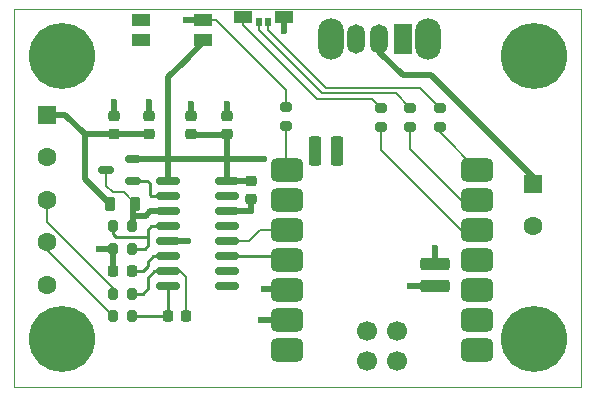
<source format=gtl>
G04 #@! TF.GenerationSoftware,KiCad,Pcbnew,9.0.2*
G04 #@! TF.CreationDate,2025-08-04T18:18:05+01:00*
G04 #@! TF.ProjectId,mito,6d69746f-2e6b-4696-9361-645f70636258,rev?*
G04 #@! TF.SameCoordinates,Original*
G04 #@! TF.FileFunction,Copper,L1,Top*
G04 #@! TF.FilePolarity,Positive*
%FSLAX46Y46*%
G04 Gerber Fmt 4.6, Leading zero omitted, Abs format (unit mm)*
G04 Created by KiCad (PCBNEW 9.0.2) date 2025-08-04 18:18:05*
%MOMM*%
%LPD*%
G01*
G04 APERTURE LIST*
G04 Aperture macros list*
%AMRoundRect*
0 Rectangle with rounded corners*
0 $1 Rounding radius*
0 $2 $3 $4 $5 $6 $7 $8 $9 X,Y pos of 4 corners*
0 Add a 4 corners polygon primitive as box body*
4,1,4,$2,$3,$4,$5,$6,$7,$8,$9,$2,$3,0*
0 Add four circle primitives for the rounded corners*
1,1,$1+$1,$2,$3*
1,1,$1+$1,$4,$5*
1,1,$1+$1,$6,$7*
1,1,$1+$1,$8,$9*
0 Add four rect primitives between the rounded corners*
20,1,$1+$1,$2,$3,$4,$5,0*
20,1,$1+$1,$4,$5,$6,$7,0*
20,1,$1+$1,$6,$7,$8,$9,0*
20,1,$1+$1,$8,$9,$2,$3,0*%
G04 Aperture macros list end*
G04 #@! TA.AperFunction,SMDPad,CuDef*
%ADD10RoundRect,0.200000X-0.275000X0.200000X-0.275000X-0.200000X0.275000X-0.200000X0.275000X0.200000X0*%
G04 #@! TD*
G04 #@! TA.AperFunction,SMDPad,CuDef*
%ADD11RoundRect,0.200000X-0.200000X-0.275000X0.200000X-0.275000X0.200000X0.275000X-0.200000X0.275000X0*%
G04 #@! TD*
G04 #@! TA.AperFunction,SMDPad,CuDef*
%ADD12RoundRect,0.225000X-0.250000X0.225000X-0.250000X-0.225000X0.250000X-0.225000X0.250000X0.225000X0*%
G04 #@! TD*
G04 #@! TA.AperFunction,SMDPad,CuDef*
%ADD13R,1.500000X1.000000*%
G04 #@! TD*
G04 #@! TA.AperFunction,SMDPad,CuDef*
%ADD14R,0.500000X0.800000*%
G04 #@! TD*
G04 #@! TA.AperFunction,SMDPad,CuDef*
%ADD15RoundRect,0.225000X0.250000X-0.225000X0.250000X0.225000X-0.250000X0.225000X-0.250000X-0.225000X0*%
G04 #@! TD*
G04 #@! TA.AperFunction,SMDPad,CuDef*
%ADD16RoundRect,0.225000X0.225000X0.250000X-0.225000X0.250000X-0.225000X-0.250000X0.225000X-0.250000X0*%
G04 #@! TD*
G04 #@! TA.AperFunction,ComponentPad*
%ADD17C,3.600000*%
G04 #@! TD*
G04 #@! TA.AperFunction,ConnectorPad*
%ADD18C,5.600000*%
G04 #@! TD*
G04 #@! TA.AperFunction,SMDPad,CuDef*
%ADD19RoundRect,0.150000X-0.825000X-0.150000X0.825000X-0.150000X0.825000X0.150000X-0.825000X0.150000X0*%
G04 #@! TD*
G04 #@! TA.AperFunction,ComponentPad*
%ADD20RoundRect,0.250000X-0.550000X0.550000X-0.550000X-0.550000X0.550000X-0.550000X0.550000X0.550000X0*%
G04 #@! TD*
G04 #@! TA.AperFunction,ComponentPad*
%ADD21C,1.600000*%
G04 #@! TD*
G04 #@! TA.AperFunction,SMDPad,CuDef*
%ADD22RoundRect,0.220000X-0.220000X-0.380000X0.220000X-0.380000X0.220000X0.380000X-0.220000X0.380000X0*%
G04 #@! TD*
G04 #@! TA.AperFunction,SMDPad,CuDef*
%ADD23RoundRect,0.225000X-0.225000X-0.250000X0.225000X-0.250000X0.225000X0.250000X-0.225000X0.250000X0*%
G04 #@! TD*
G04 #@! TA.AperFunction,SMDPad,CuDef*
%ADD24RoundRect,0.500000X0.875000X0.500000X-0.875000X0.500000X-0.875000X-0.500000X0.875000X-0.500000X0*%
G04 #@! TD*
G04 #@! TA.AperFunction,SMDPad,CuDef*
%ADD25RoundRect,0.275000X-0.975000X-0.275000X0.975000X-0.275000X0.975000X0.275000X-0.975000X0.275000X0*%
G04 #@! TD*
G04 #@! TA.AperFunction,SMDPad,CuDef*
%ADD26RoundRect,0.275000X0.275000X-0.975000X0.275000X0.975000X-0.275000X0.975000X-0.275000X-0.975000X0*%
G04 #@! TD*
G04 #@! TA.AperFunction,SMDPad,CuDef*
%ADD27C,1.700000*%
G04 #@! TD*
G04 #@! TA.AperFunction,ComponentPad*
%ADD28O,2.200000X3.500000*%
G04 #@! TD*
G04 #@! TA.AperFunction,ComponentPad*
%ADD29R,1.500000X2.500000*%
G04 #@! TD*
G04 #@! TA.AperFunction,ComponentPad*
%ADD30O,1.500000X2.500000*%
G04 #@! TD*
G04 #@! TA.AperFunction,SMDPad,CuDef*
%ADD31R,1.550000X1.000000*%
G04 #@! TD*
G04 #@! TA.AperFunction,SMDPad,CuDef*
%ADD32RoundRect,0.150000X0.512500X0.150000X-0.512500X0.150000X-0.512500X-0.150000X0.512500X-0.150000X0*%
G04 #@! TD*
G04 #@! TA.AperFunction,ViaPad*
%ADD33C,0.600000*%
G04 #@! TD*
G04 #@! TA.AperFunction,Conductor*
%ADD34C,0.508000*%
G04 #@! TD*
G04 #@! TA.AperFunction,Conductor*
%ADD35C,0.200000*%
G04 #@! TD*
G04 #@! TA.AperFunction,Conductor*
%ADD36C,0.254000*%
G04 #@! TD*
G04 #@! TA.AperFunction,Profile*
%ADD37C,0.050000*%
G04 #@! TD*
G04 APERTURE END LIST*
D10*
X156000000Y-94255000D03*
X156000000Y-95895000D03*
D11*
X141331100Y-106273600D03*
X142971100Y-106273600D03*
D10*
X169025000Y-94330000D03*
X169025000Y-95970000D03*
D12*
X153025000Y-100545000D03*
X153025000Y-102105000D03*
D13*
X152310000Y-86614208D03*
D14*
X153660000Y-87114208D03*
X154460000Y-87114208D03*
D13*
X155810000Y-86614208D03*
D15*
X150975000Y-96600000D03*
X150975000Y-95040000D03*
D16*
X147531100Y-111988600D03*
X145971100Y-111988600D03*
D17*
X137000000Y-113950000D03*
D18*
X137000000Y-113950000D03*
D10*
X166525000Y-94330000D03*
X166525000Y-95970000D03*
D19*
X146026100Y-100558600D03*
X146026100Y-101828600D03*
X146026100Y-103098600D03*
X146026100Y-104368600D03*
X146026100Y-105638600D03*
X146026100Y-106908600D03*
X146026100Y-108178600D03*
X146026100Y-109448600D03*
X150976100Y-109448600D03*
X150976100Y-108178600D03*
X150976100Y-106908600D03*
X150976100Y-105638600D03*
X150976100Y-104368600D03*
X150976100Y-103098600D03*
X150976100Y-101828600D03*
X150976100Y-100558600D03*
D17*
X177000000Y-113950000D03*
D18*
X177000000Y-113950000D03*
D17*
X137000000Y-89950000D03*
D18*
X137000000Y-89950000D03*
D10*
X164025000Y-94330000D03*
X164025000Y-95970000D03*
D20*
X176930000Y-100760000D03*
D21*
X176930000Y-104360000D03*
D22*
X141090000Y-102500000D03*
X143210000Y-102500000D03*
D23*
X141371100Y-108178600D03*
X142931100Y-108178600D03*
D11*
X141331100Y-110083600D03*
X142971100Y-110083600D03*
X141331100Y-111988600D03*
X142971100Y-111988600D03*
D15*
X141400000Y-96600000D03*
X141400000Y-95040000D03*
D20*
X135730000Y-94910000D03*
D21*
X135730000Y-98510000D03*
X135730000Y-102110000D03*
X135730000Y-105710000D03*
X135730000Y-109310000D03*
D15*
X147975000Y-96600000D03*
X147975000Y-95040000D03*
D17*
X177000000Y-89950000D03*
D18*
X177000000Y-89950000D03*
D24*
X172200000Y-114841500D03*
X172200000Y-112301500D03*
X172200000Y-109761500D03*
X172200000Y-107221500D03*
X172200000Y-104681500D03*
X172200000Y-102141500D03*
X172200000Y-99601500D03*
X156035000Y-99601500D03*
X156035000Y-102141500D03*
X156035000Y-104681500D03*
X156035000Y-107221500D03*
X156035000Y-109761500D03*
X156035000Y-112301500D03*
X156035000Y-114841500D03*
D25*
X168590000Y-107535000D03*
X168590000Y-109440000D03*
D26*
X160335000Y-97984600D03*
X158430000Y-97984600D03*
D27*
X165415000Y-115790000D03*
X162875000Y-115790000D03*
X165415000Y-113250000D03*
X162875000Y-113250000D03*
D28*
X168000000Y-88500000D03*
X159800000Y-88500000D03*
D29*
X165900000Y-88500000D03*
D30*
X163900000Y-88500000D03*
X161900000Y-88500000D03*
D15*
X144400000Y-96600000D03*
X144400000Y-95040000D03*
D31*
X143750000Y-86900000D03*
X149000000Y-86900000D03*
X143750000Y-88600000D03*
X149000000Y-88600000D03*
D32*
X143037500Y-100550000D03*
X143037500Y-98650000D03*
X140762500Y-99600000D03*
D11*
X141326100Y-104368600D03*
X142976100Y-104368600D03*
D33*
X147975000Y-94050000D03*
X144400000Y-93850000D03*
X153850000Y-112300000D03*
X141400000Y-93850000D03*
X168600000Y-106175000D03*
X153025000Y-103100000D03*
X147700000Y-105650000D03*
X140160000Y-106280000D03*
X150975000Y-94025000D03*
X147530000Y-86900000D03*
X155810000Y-87880000D03*
X154100000Y-98650000D03*
X154100000Y-109725000D03*
X166450000Y-109450000D03*
D34*
X150975000Y-95040000D02*
X150975000Y-94025000D01*
D35*
X156000000Y-92800000D02*
X156000000Y-94255000D01*
D34*
X153025000Y-102105000D02*
X153025000Y-103100000D01*
D35*
X150100000Y-86900000D02*
X149000000Y-86900000D01*
X168590000Y-106185000D02*
X168600000Y-106175000D01*
D34*
X146026100Y-105638600D02*
X147688600Y-105638600D01*
D35*
X153023600Y-103098600D02*
X153025000Y-103100000D01*
X149000000Y-87100000D02*
X149275000Y-87100000D01*
D34*
X141326100Y-106273600D02*
X140166400Y-106273600D01*
D35*
X150100000Y-86900000D02*
X156000000Y-92800000D01*
X147688600Y-105638600D02*
X147700000Y-105650000D01*
X140166400Y-106273600D02*
X140160000Y-106280000D01*
D34*
X149000000Y-86900000D02*
X147530000Y-86900000D01*
D35*
X153851500Y-112301500D02*
X153850000Y-112300000D01*
D34*
X168590000Y-107535000D02*
X168590000Y-106185000D01*
X147975000Y-95040000D02*
X147975000Y-94050000D01*
X144400000Y-95040000D02*
X144400000Y-93850000D01*
X141400000Y-95040000D02*
X141400000Y-93850000D01*
X141371100Y-108178600D02*
X141371100Y-106318600D01*
X156035000Y-112301500D02*
X153851500Y-112301500D01*
D35*
X141371100Y-106318600D02*
X141326100Y-106273600D01*
D34*
X150976100Y-103098600D02*
X153023600Y-103098600D01*
D36*
X145971100Y-111988600D02*
X145971100Y-109503600D01*
X143001100Y-111988600D02*
X145971100Y-111988600D01*
X145971100Y-109503600D02*
X146026100Y-109448600D01*
D35*
X147280000Y-111900000D02*
X147356100Y-111823900D01*
D36*
X144848912Y-108178600D02*
X145701100Y-108178600D01*
D35*
X147531100Y-108708601D02*
X147001099Y-108178600D01*
D36*
X143852196Y-110083600D02*
X144310100Y-109625697D01*
X144310100Y-109625697D02*
X144310100Y-108717413D01*
X144310100Y-108717413D02*
X144848912Y-108178600D01*
D35*
X147531100Y-111988600D02*
X147531100Y-108708601D01*
D36*
X143001100Y-110083600D02*
X143852196Y-110083600D01*
D35*
X147001099Y-108178600D02*
X146026100Y-108178600D01*
D36*
X143001100Y-108178600D02*
X143852196Y-108178600D01*
X144310100Y-107366504D02*
X144768003Y-106908600D01*
X144768003Y-106908600D02*
X145701100Y-106908600D01*
X143852196Y-108178600D02*
X144310100Y-107720697D01*
X144310100Y-107720697D02*
X144310100Y-107366504D01*
D34*
X139000000Y-96600000D02*
X137310000Y-94910000D01*
X141090000Y-102500000D02*
X139000000Y-100410000D01*
X139000000Y-100410000D02*
X139000000Y-96600000D01*
X139000000Y-96600000D02*
X141400000Y-96600000D01*
X137310000Y-94910000D02*
X135730000Y-94910000D01*
X141400000Y-96600000D02*
X144400000Y-96600000D01*
D35*
X153831500Y-104681500D02*
X153825000Y-104675000D01*
X152861400Y-105638600D02*
X153825000Y-104675000D01*
X150976100Y-105638600D02*
X152861400Y-105638600D01*
X156035000Y-104681500D02*
X153831500Y-104681500D01*
D36*
X150976100Y-106908600D02*
X155722100Y-106908600D01*
X155722100Y-106908600D02*
X156035000Y-107221500D01*
D35*
X141326100Y-109608600D02*
X135730000Y-104012500D01*
X135730000Y-104012500D02*
X135730000Y-102110000D01*
X141326100Y-110083600D02*
X141326100Y-109608600D01*
X141326100Y-111988600D02*
X135730000Y-106392500D01*
X135730000Y-106392500D02*
X135730000Y-105710000D01*
X142247500Y-101500000D02*
X143211100Y-102463600D01*
D34*
X143051100Y-102463600D02*
X143051100Y-103479600D01*
D35*
X141300000Y-101500000D02*
X142247500Y-101500000D01*
D34*
X143051100Y-103479600D02*
X143051100Y-104368600D01*
D35*
X140762500Y-100962500D02*
X141300000Y-101500000D01*
D34*
X143051100Y-104368600D02*
X143001100Y-104368600D01*
X144106196Y-103479600D02*
X143051100Y-103479600D01*
X144487196Y-103098600D02*
X144106196Y-103479600D01*
D35*
X140762500Y-99600000D02*
X140762500Y-100962500D01*
D34*
X145701100Y-103098600D02*
X144487196Y-103098600D01*
D36*
X144437100Y-101701600D02*
X144564100Y-101828600D01*
X143151100Y-100556100D02*
X144255718Y-100556100D01*
X144564100Y-101828600D02*
X145701100Y-101828600D01*
X144437100Y-100737482D02*
X144437100Y-101701600D01*
X144255718Y-100556100D02*
X144437100Y-100737482D01*
X144310100Y-105989622D02*
X144310100Y-105257600D01*
X141569909Y-105257600D02*
X144310100Y-105257600D01*
X141301100Y-104988791D02*
X141569909Y-105257600D01*
X144310100Y-105257600D02*
X144310100Y-104652579D01*
X141301100Y-104368600D02*
X141301100Y-104988791D01*
X144310100Y-104652579D02*
X144594078Y-104368600D01*
X144594078Y-104368600D02*
X145701100Y-104368600D01*
X143001100Y-106273600D02*
X144026121Y-106273600D01*
X144026121Y-106273600D02*
X144310100Y-105989622D01*
D35*
X170825000Y-104681500D02*
X172200000Y-104681500D01*
X164025000Y-97881500D02*
X170825000Y-104681500D01*
X164025000Y-95970000D02*
X164025000Y-97881500D01*
D34*
X168300000Y-91600000D02*
X165875000Y-91600000D01*
X163900000Y-89625000D02*
X163900000Y-88500000D01*
X165875000Y-91600000D02*
X163900000Y-89625000D01*
X176930000Y-100230000D02*
X168300000Y-91600000D01*
D35*
X158570792Y-93575000D02*
X163270000Y-93575000D01*
X152310000Y-86614208D02*
X152310000Y-87314208D01*
X152310000Y-87314208D02*
X158570792Y-93575000D01*
X163270000Y-93575000D02*
X164025000Y-94330000D01*
X166525000Y-95970000D02*
X166525000Y-97841500D01*
X170825000Y-102141500D02*
X172200000Y-102141500D01*
X166525000Y-97841500D02*
X170825000Y-102141500D01*
X165315000Y-93120000D02*
X166525000Y-94330000D01*
X159065792Y-93120000D02*
X165315000Y-93120000D01*
X153660000Y-87714208D02*
X159065792Y-93120000D01*
X153660000Y-87114208D02*
X153660000Y-87714208D01*
X167360000Y-92665000D02*
X169025000Y-94330000D01*
X154460000Y-87714208D02*
X159410792Y-92665000D01*
X159410792Y-92665000D02*
X167360000Y-92665000D01*
X154460000Y-87114208D02*
X154460000Y-87714208D01*
X169025000Y-95970000D02*
X169025000Y-96426500D01*
X169025000Y-96426500D02*
X172200000Y-99601500D01*
X156000000Y-99566500D02*
X156035000Y-99601500D01*
X156000000Y-95895000D02*
X156000000Y-99566500D01*
D34*
X146026100Y-100558600D02*
X146026100Y-98653900D01*
D35*
X153111400Y-100558600D02*
X153125000Y-100545000D01*
D34*
X155810000Y-87880000D02*
X155810000Y-86614208D01*
X143037500Y-98650000D02*
X146030000Y-98650000D01*
X154096100Y-98653900D02*
X154100000Y-98650000D01*
X148450000Y-98653900D02*
X150650000Y-98653900D01*
D35*
X149340000Y-88700000D02*
X149025000Y-88700000D01*
D34*
X150976100Y-100558600D02*
X150976100Y-98653900D01*
X146026100Y-98653900D02*
X148450000Y-98653900D01*
X147325000Y-90475000D02*
X146026100Y-91773900D01*
X146026100Y-91773900D02*
X146026100Y-98653900D01*
X147325000Y-90475000D02*
X149000000Y-88800000D01*
D35*
X153011400Y-100558600D02*
X153025000Y-100545000D01*
D34*
X150976100Y-100558600D02*
X153011400Y-100558600D01*
D35*
X147329948Y-90479948D02*
X147325000Y-90475000D01*
X147990000Y-96615000D02*
X147975000Y-96600000D01*
D34*
X150650000Y-98653900D02*
X150976100Y-98653900D01*
X150976100Y-98653900D02*
X150976100Y-98273900D01*
X155998500Y-109725000D02*
X156035000Y-109761500D01*
D35*
X150987500Y-100570000D02*
X150976100Y-100558600D01*
D34*
X150976100Y-98273900D02*
X150975000Y-98272800D01*
X151014700Y-100520000D02*
X150976100Y-100558600D01*
D35*
X146026100Y-98653900D02*
X146030000Y-98650000D01*
D34*
X150975000Y-98272800D02*
X150975000Y-96600000D01*
X150976100Y-98653900D02*
X154096100Y-98653900D01*
X143151100Y-98656100D02*
X143151100Y-98653600D01*
X150975000Y-96615000D02*
X147990000Y-96615000D01*
D35*
X149000000Y-88800000D02*
X149000000Y-88600000D01*
D34*
X154100000Y-109725000D02*
X155998500Y-109725000D01*
D35*
X166450000Y-109450000D02*
X166460000Y-109440000D01*
D34*
X166460000Y-109440000D02*
X168590000Y-109440000D01*
D35*
X155483500Y-102141500D02*
X156035000Y-102141500D01*
D37*
X133000000Y-86000000D02*
X181000000Y-86000000D01*
X181000000Y-118000000D01*
X133000000Y-118000000D01*
X133000000Y-86000000D01*
M02*

</source>
